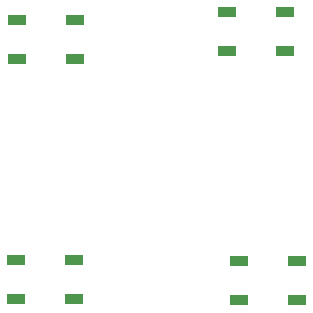
<source format=gbr>
%TF.GenerationSoftware,KiCad,Pcbnew,8.0.5*%
%TF.CreationDate,2025-01-09T16:38:30+01:00*%
%TF.ProjectId,rp2040_pad,72703230-3430-45f7-9061-642e6b696361,rev?*%
%TF.SameCoordinates,Original*%
%TF.FileFunction,Paste,Bot*%
%TF.FilePolarity,Positive*%
%FSLAX46Y46*%
G04 Gerber Fmt 4.6, Leading zero omitted, Abs format (unit mm)*
G04 Created by KiCad (PCBNEW 8.0.5) date 2025-01-09 16:38:30*
%MOMM*%
%LPD*%
G01*
G04 APERTURE LIST*
%ADD10R,1.500000X0.900000*%
G04 APERTURE END LIST*
D10*
%TO.C,D9*%
X119888000Y-68962000D03*
X119888000Y-72262000D03*
X114988000Y-72262000D03*
X114988000Y-68962000D03*
%TD*%
%TO.C,D10*%
X137668000Y-68328000D03*
X137668000Y-71628000D03*
X132768000Y-71628000D03*
X132768000Y-68328000D03*
%TD*%
%TO.C,D11*%
X119798000Y-89282000D03*
X119798000Y-92582000D03*
X114898000Y-92582000D03*
X114898000Y-89282000D03*
%TD*%
%TO.C,D12*%
X138684000Y-89408000D03*
X138684000Y-92708000D03*
X133784000Y-92708000D03*
X133784000Y-89408000D03*
%TD*%
M02*

</source>
